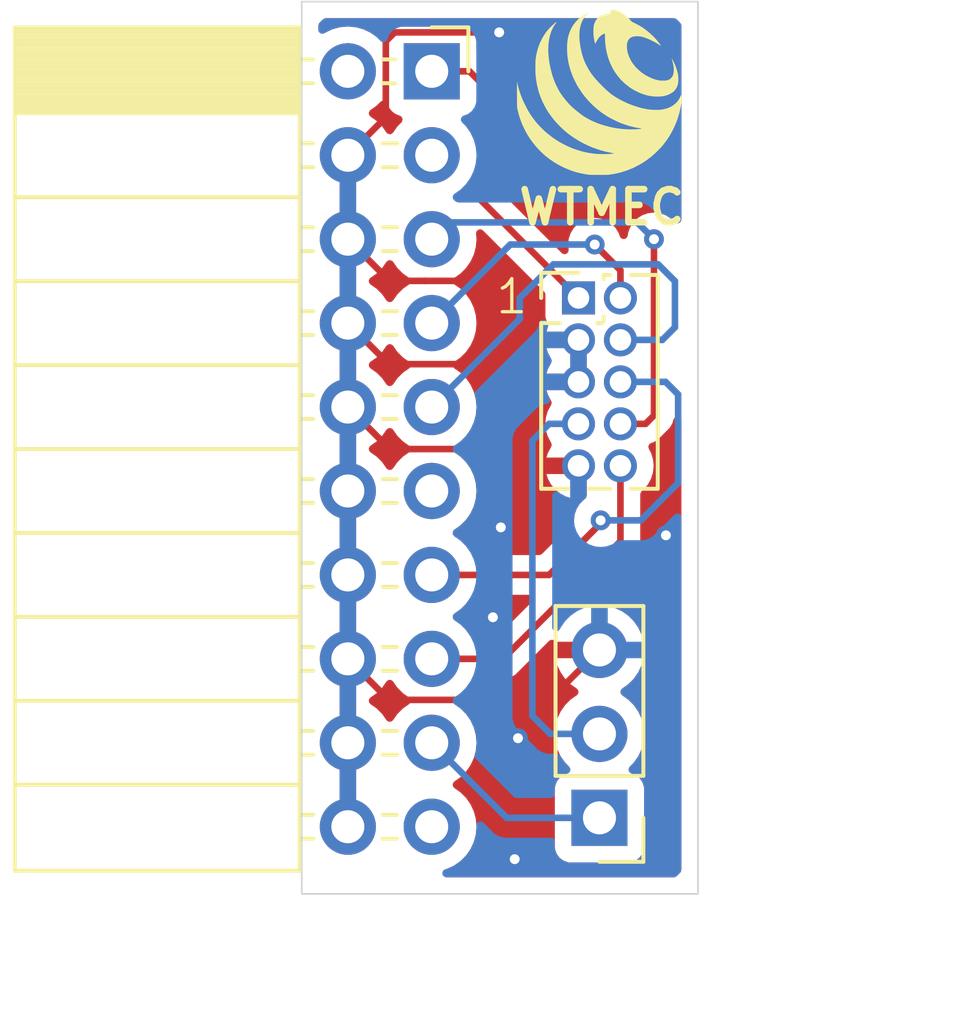
<source format=kicad_pcb>
(kicad_pcb (version 20240108) (generator "pcbnew") (generator_version "8.0")
  (layers (0 "F.Cu" signal) (31 "B.Cu" signal) (34 "B.Paste" user) (35 "F.Paste" user) (36 "B.SilkS" user "B.Silkscreen") (37 "F.SilkS" user "F.Silkscreen") (38 "B.Mask" user) (39 "F.Mask" user) (44 "Edge.Cuts" user))
  (net 0 "")
  (net 1 "/GND")
  (net 3 "/~{RESET}")
  (net 4 "/SWO-TDO")
  (net 5 "/TXD-TDI")
  (net 8 "/RXD")
  (net 9 "/SWDIO-TMS")
  (net 11 "/SWCLK-TCK")
  (net 12 "/VTREF")
  (net 13 "PIN7")
  (footprint "Connector_PinSocket_2.54mm:PinSocket_2x10_P2.54mm_Horizontal" (layer "F.Cu") (at 112.567 90.018)
    (property "Reference" "J1" (hide yes))
    (property "Value" "Conn_02x10_Odd_Even" (hide yes))
    (pad "1" thru_hole rect (at 0 0) (size 1.7 1.7) (drill 1) (layers "*.Cu" "*.Mask") (net 12 "/VTREF"))
    (pad "2" thru_hole oval (at -2.54 0) (size 1.7 1.7) (drill 1) (layers "*.Cu" "*.Mask"))
    (pad "3" thru_hole oval (at 0 2.54) (size 1.7 1.7) (drill 1) (layers "*.Cu" "*.Mask"))
    (pad "4" thru_hole oval (at -2.54 2.54) (size 1.7 1.7) (drill 1) (layers "*.Cu" "*.Mask") (net 1 "/GND"))
    (pad "5" thru_hole oval (at 0 5.08) (size 1.7 1.7) (drill 1) (layers "*.Cu" "*.Mask") (net 5 "/TXD-TDI"))
    (pad "6" thru_hole oval (at -2.54 5.08) (size 1.7 1.7) (drill 1) (layers "*.Cu" "*.Mask") (net 1 "/GND"))
    (pad "7" thru_hole oval (at 0 7.62) (size 1.7 1.7) (drill 1) (layers "*.Cu" "*.Mask") (net 9 "/SWDIO-TMS"))
    (pad "8" thru_hole oval (at -2.54 7.62) (size 1.7 1.7) (drill 1) (layers "*.Cu" "*.Mask") (net 1 "/GND"))
    (pad "9" thru_hole oval (at 0 10.16) (size 1.7 1.7) (drill 1) (layers "*.Cu" "*.Mask") (net 11 "/SWCLK-TCK"))
    (pad "10" thru_hole oval (at -2.54 10.16) (size 1.7 1.7) (drill 1) (layers "*.Cu" "*.Mask") (net 1 "/GND"))
    (pad "11" thru_hole oval (at 0 12.7) (size 1.7 1.7) (drill 1) (layers "*.Cu" "*.Mask"))
    (pad "12" thru_hole oval (at -2.54 12.7) (size 1.7 1.7) (drill 1) (layers "*.Cu" "*.Mask") (net 1 "/GND"))
    (pad "13" thru_hole oval (at 0 15.24) (size 1.7 1.7) (drill 1) (layers "*.Cu" "*.Mask") (net 4 "/SWO-TDO"))
    (pad "14" thru_hole oval (at -2.54 15.24) (size 1.7 1.7) (drill 1) (layers "*.Cu" "*.Mask") (net 1 "/GND"))
    (pad "15" thru_hole oval (at 0 17.78) (size 1.7 1.7) (drill 1) (layers "*.Cu" "*.Mask") (net 3 "/~{RESET}"))
    (pad "16" thru_hole oval (at -2.54 17.78) (size 1.7 1.7) (drill 1) (layers "*.Cu" "*.Mask") (net 1 "/GND"))
    (pad "17" thru_hole oval (at 0 20.32) (size 1.7 1.7) (drill 1) (layers "*.Cu" "*.Mask") (net 8 "/RXD"))
    (pad "18" thru_hole oval (at -2.54 20.32) (size 1.7 1.7) (drill 1) (layers "*.Cu" "*.Mask") (net 1 "/GND"))
    (pad "19" thru_hole oval (at 0 22.86) (size 1.7 1.7) (drill 1) (layers "*.Cu" "*.Mask"))
    (pad "20" thru_hole oval (at -2.54 22.86) (size 1.7 1.7) (drill 1) (layers "*.Cu" "*.Mask") (net 1 "/GND"))
  )
  (footprint "WTMEC:WTLogo" (layer "F.Cu") (at 117.647 90.653)
    (property "Reference" "LOGO1" (hide yes))
    (property "Value" "~" (hide yes))
    (fp_text user "WTMEC" (at -2.54 4.064 0) (layer "F.SilkS") (effects (font (thickness 0.2) (bold yes)) (justify left bottom)))
  )
  (footprint "Connector_PinHeader_2.54mm:PinHeader_1x03_P2.54mm_Vertical" (layer "F.Cu") (at 117.647 112.609 180)
    (property "Reference" "JP1" (hide yes))
    (property "Value" "Jumper_3_Open" (hide yes))
    (pad "1" thru_hole rect (at 0 0 180) (size 1.7 1.7) (drill 1) (layers "*.Cu" "*.Mask") (net 8 "/RXD"))
    (pad "2" thru_hole oval (at 0 2.54 180) (size 1.7 1.7) (drill 1) (layers "*.Cu" "*.Mask") (net 13 "PIN7"))
    (pad "3" thru_hole oval (at 0 5.08 180) (size 1.7 1.7) (drill 1) (layers "*.Cu" "*.Mask") (net 1 "/GND"))
  )
  (footprint "Connector_PinHeader_1.27mm:PinHeader_2x05_P1.27mm_Vertical" (layer "F.Cu") (at 117.012 96.876)
    (property "Reference" "J2" (hide yes))
    (property "Value" "Conn_02x05_Odd_Even" (hide yes))
    (pad "1" thru_hole rect (at 0 0) (size 1 1) (drill 0.65) (layers "*.Cu" "*.Mask") (net 12 "/VTREF"))
    (pad "2" thru_hole oval (at 1.27 0) (size 1 1) (drill 0.65) (layers "*.Cu" "*.Mask") (net 9 "/SWDIO-TMS"))
    (pad "3" thru_hole oval (at 0 1.27) (size 1 1) (drill 0.65) (layers "*.Cu" "*.Mask") (net 1 "/GND"))
    (pad "4" thru_hole oval (at 1.27 1.27) (size 1 1) (drill 0.65) (layers "*.Cu" "*.Mask") (net 11 "/SWCLK-TCK"))
    (pad "5" thru_hole oval (at 0 2.54) (size 1 1) (drill 0.65) (layers "*.Cu" "*.Mask") (net 1 "/GND"))
    (pad "6" thru_hole oval (at 1.27 2.54) (size 1 1) (drill 0.65) (layers "*.Cu" "*.Mask") (net 4 "/SWO-TDO"))
    (pad "7" thru_hole oval (at 0 3.81) (size 1 1) (drill 0.65) (layers "*.Cu" "*.Mask") (net 13 "PIN7"))
    (pad "8" thru_hole oval (at 1.27 3.81) (size 1 1) (drill 0.65) (layers "*.Cu" "*.Mask") (net 5 "/TXD-TDI"))
    (pad "9" thru_hole oval (at 0 5.08) (size 1 1) (drill 0.65) (layers "*.Cu" "*.Mask") (net 1 "/GND"))
    (pad "10" thru_hole oval (at 1.27 5.08) (size 1 1) (drill 0.65) (layers "*.Cu" "*.Mask") (net 3 "/~{RESET}"))
  )
  (gr_line (start 108.63 114.91) (end 108.63 87.91) (stroke (width 0.05)) (layer "Edge.Cuts"))
  (gr_line (start 120.63 114.91) (end 108.63 114.91) (stroke (width 0.05)) (layer "Edge.Cuts"))
  (gr_line (start 108.63 87.91) (end 120.63 87.91) (stroke (width 0.05)) (layer "Edge.Cuts"))
  (gr_line (start 120.63 87.91) (end 120.63 114.91) (stroke (width 0.05)) (layer "Edge.Cuts"))
  (gr_text "1" (at 114.45 97.42 0) (layer "F.SilkS") (effects (font (size 1 1) (thickness 0.1)) (justify left bottom)))
  (segment (start 114 101.45) (end 114.506 101.956) (width 0.2) (layer "F.Cu") (net 1))
  (segment (start 114.666 99.416) (end 117.012 99.416) (width 0.2) (layer "F.Cu") (net 1))
  (segment (start 111.177 91.408) (end 110.027 92.558) (width 0.2) (layer "F.Cu") (net 1))
  (segment (start 110.027 97.638) (end 111.269 98.88) (width 0.2) (layer "F.Cu") (net 1))
  (segment (start 111.299 101.45) (end 114 101.45) (width 0.2) (layer "F.Cu") (net 1))
  (segment (start 110.027 100.178) (end 111.299 101.45) (width 0.2) (layer "F.Cu") (net 1))
  (segment (start 111.177 89.108) (end 111.177 91.408) (width 0.2) (layer "F.Cu") (net 1))
  (segment (start 111.445 88.84) (end 111.177 89.108) (width 0.2) (layer "F.Cu") (net 1))
  (segment (start 111.269 98.88) (end 114.13 98.88) (width 0.2) (layer "F.Cu") (net 1))
  (segment (start 117.647 107.529) (end 116.136 109.04) (width 0.2) (layer "F.Cu") (net 1))
  (segment (start 115.876 98.146) (end 117.012 98.146) (width 0.2) (layer "F.Cu") (net 1))
  (segment (start 112.36 96.36) (end 114.09 96.36) (width 0.2) (layer "F.Cu") (net 1))
  (segment (start 114.09 96.36) (end 115.415 97.685) (width 0.2) (layer "F.Cu") (net 1))
  (segment (start 112.36 96.36) (end 111.289 96.36) (width 0.2) (layer "F.Cu") (net 1))
  (segment (start 116.136 109.04) (end 111.269 109.04) (width 0.2) (layer "F.Cu") (net 1))
  (segment (start 114.61 88.84) (end 111.445 88.84) (width 0.2) (layer "F.Cu") (net 1))
  (segment (start 114.506 101.956) (end 117.012 101.956) (width 0.2) (layer "F.Cu") (net 1))
  (segment (start 114.13 98.88) (end 114.666 99.416) (width 0.2) (layer "F.Cu") (net 1))
  (segment (start 111.289 96.36) (end 110.027 95.098) (width 0.2) (layer "F.Cu") (net 1))
  (segment (start 115.415 97.685) (end 115.876 98.146) (width 0.2) (layer "F.Cu") (net 1))
  (segment (start 111.269 109.04) (end 110.027 107.798) (width 0.2) (layer "F.Cu") (net 1))
  (via (at 114.66 103.82) (size 0.6) (drill 0.3) (layers "F.Cu" "B.Cu") (net 1))
  (via (at 119.66 104.06) (size 0.6) (drill 0.3) (layers "F.Cu" "B.Cu") (net 1))
  (via (at 115.18 110.2) (size 0.6) (drill 0.3) (layers "F.Cu" "B.Cu") (net 1))
  (via (at 114.42 106.54) (size 0.6) (drill 0.3) (layers "F.Cu" "B.Cu") (net 1))
  (via (at 115.08 113.86) (size 0.6) (drill 0.3) (layers "F.Cu" "B.Cu") (net 1))
  (via (at 114.61 88.84) (size 0.6) (drill 0.3) (layers "F.Cu" "B.Cu") (net 1))
  (segment (start 110.027 92.558) (end 110.027 112.878) (width 0.2) (layer "B.Cu") (net 1))
  (segment (start 114.726 107.798) (end 118.282 104.242) (width 0.2) (layer "F.Cu") (net 3))
  (segment (start 118.282 104.242) (end 118.282 101.956) (width 0.2) (layer "F.Cu") (net 3))
  (segment (start 112.567 107.798) (end 114.726 107.798) (width 0.2) (layer "F.Cu") (net 3))
  (segment (start 117.393 103.988) (end 117.682 103.699) (width 0.2) (layer "F.Cu") (net 4))
  (segment (start 112.567 105.258) (end 116.123 105.258) (width 0.2) (layer "F.Cu") (net 4))
  (segment (start 116.123 105.258) (end 117.393 103.988) (width 0.2) (layer "F.Cu") (net 4))
  (segment (start 117.682 103.699) (end 117.682 103.607) (width 0.2) (layer "F.Cu") (net 4))
  (via (at 117.682 103.607) (size 0.6) (drill 0.3) (layers "F.Cu" "B.Cu") (net 4))
  (segment (start 118.897314 103.607) (end 117.682 103.607) (width 0.2) (layer "B.Cu") (net 4))
  (segment (start 120.03 102.474314) (end 118.897314 103.607) (width 0.2) (layer "B.Cu") (net 4))
  (segment (start 120.03 99.797) (end 120.03 102.474314) (width 0.2) (layer "B.Cu") (net 4))
  (segment (start 118.282 99.416) (end 119.649 99.416) (width 0.2) (layer "B.Cu") (net 4))
  (segment (start 119.649 99.416) (end 120.03 99.797) (width 0.2) (layer "B.Cu") (net 4))
  (segment (start 119.044 100.686) (end 118.282 100.686) (width 0.2) (layer "F.Cu") (net 5))
  (segment (start 119.298 95.098) (end 119.298 100.432) (width 0.2) (layer "F.Cu") (net 5))
  (segment (start 119.298 100.432) (end 119.044 100.686) (width 0.2) (layer "F.Cu") (net 5))
  (via (at 119.298 95.098) (size 0.6) (drill 0.3) (layers "F.Cu" "B.Cu") (net 5))
  (segment (start 112.567 95.098) (end 113.075 94.59) (width 0.2) (layer "B.Cu") (net 5))
  (segment (start 113.075 94.59) (end 118.79 94.59) (width 0.2) (layer "B.Cu") (net 5))
  (segment (start 118.79 94.59) (end 119.298 95.098) (width 0.2) (layer "B.Cu") (net 5))
  (segment (start 117.647 112.609) (end 114.838 112.609) (width 0.2) (layer "B.Cu") (net 8))
  (segment (start 114.838 112.609) (end 112.567 110.338) (width 0.2) (layer "B.Cu") (net 8))
  (segment (start 118.282 96.0395) (end 118.282 96.876) (width 0.2) (layer "F.Cu") (net 9))
  (segment (start 117.5025 95.26) (end 118.282 96.0395) (width 0.2) (layer "F.Cu") (net 9))
  (via (at 117.5025 95.26) (size 0.6) (drill 0.3) (layers "F.Cu" "B.Cu") (net 9))
  (segment (start 114.945 95.26) (end 117.5025 95.26) (width 0.2) (layer "B.Cu") (net 9))
  (segment (start 112.567 97.638) (end 114.945 95.26) (width 0.2) (layer "B.Cu") (net 9))
  (segment (start 115.234 97.511) (end 115.234 96.876) (width 0.2) (layer "B.Cu") (net 11))
  (segment (start 112.567 100.178) (end 115.234 97.511) (width 0.2) (layer "B.Cu") (net 11))
  (segment (start 119.552 98.146) (end 118.282 98.146) (width 0.2) (layer "B.Cu") (net 11))
  (segment (start 115.234 96.876) (end 116.25 95.86) (width 0.2) (layer "B.Cu") (net 11))
  (segment (start 116.25 95.86) (end 119.425 95.86) (width 0.2) (layer "B.Cu") (net 11))
  (segment (start 119.933 97.765) (end 119.552 98.146) (width 0.2) (layer "B.Cu") (net 11))
  (segment (start 119.425 95.86) (end 119.933 96.368) (width 0.2) (layer "B.Cu") (net 11))
  (segment (start 119.933 96.368) (end 119.933 97.765) (width 0.2) (layer "B.Cu") (net 11))
  (segment (start 114.046 93.91) (end 117.012 96.876) (width 0.2) (layer "F.Cu") (net 12))
  (segment (start 113.71 90.018) (end 114.046 90.354) (width 0.2) (layer "F.Cu") (net 12))
  (segment (start 114.046 90.354) (end 114.046 93.91) (width 0.2) (layer "F.Cu") (net 12))
  (segment (start 112.567 90.018) (end 113.71 90.018) (width 0.2) (layer "F.Cu") (net 12))
  (segment (start 116.123 100.686) (end 115.615 101.194) (width 0.2) (layer "B.Cu") (net 13))
  (segment (start 117.012 100.686) (end 116.123 100.686) (width 0.2) (layer "B.Cu") (net 13))
  (segment (start 115.615 101.194) (end 115.615 109.525) (width 0.2) (layer "B.Cu") (net 13))
  (segment (start 115.615 109.525) (end 116.159 110.069) (width 0.2) (layer "B.Cu") (net 13))
  (segment (start 116.159 110.069) (end 117.647 110.069) (width 0.2) (layer "B.Cu") (net 13))
  (zone (net 1) (net_name "/GND") (layers "F&B.Cu") (connect_pads (clearance 0.5)) (min_thickness 0.25) (fill yes (thermal_gap 0.5) (thermal_bridge_width 0.5) (smoothing fillet) (radius 2))
    (polygon (pts (xy 108.63 114.91) (xy 108.63 87.91) (xy 120.63 87.91) (xy 120.63 114.91)))
  )
)
</source>
